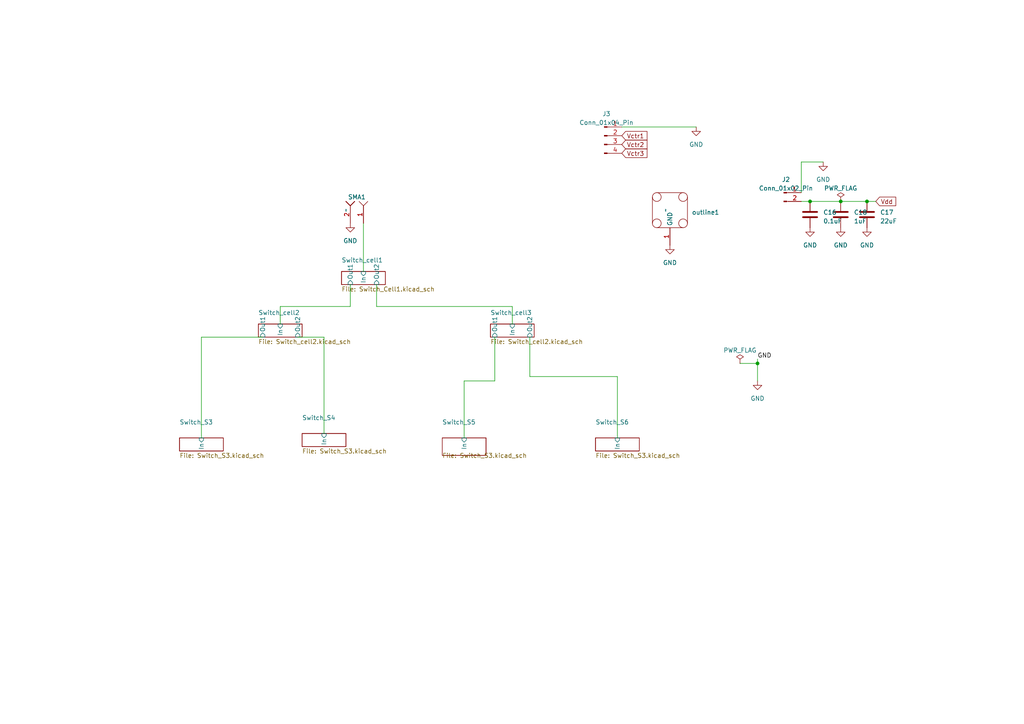
<source format=kicad_sch>
(kicad_sch (version 20230121) (generator eeschema)
  (paper "A4")
  (lib_symbols
    (symbol "Connector:Conn_01x02_Pin" (pin_names (offset 1.016) hide)
      (property "Reference" "J" (at 0 2.54 0))
      (property "Value" "Conn_01x02_Pin" (at 0 -5.08 0))
      (symbol "Conn_01x02_Pin_1_1"
        (polyline (pts (xy 1.27 -2.54) (xy 0.8636 -2.54)) (stroke (width 0.1524)))
        (polyline (pts (xy 1.27 0) (xy 0.8636 0)) (stroke (width 0.1524)))
        (rectangle (start 0.8636 -2.413) (end 0 -2.667) (stroke (width 0.1524)) (fill (type outline)))
        (rectangle (start 0.8636 0.127) (end 0 -0.127) (stroke (width 0.1524)) (fill (type outline)))
        (pin passive line (at 5.08 0 180) (length 3.81) (name "Pin_1") (number "1"))
        (pin passive line (at 5.08 -2.54 180) (length 3.81) (name "Pin_2") (number "2"))
      )
    )
    (symbol "Connector:Conn_01x04_Pin" (pin_names (offset 1.016) hide)
      (property "Reference" "J" (at 0 5.08 0))
      (property "Value" "Conn_01x04_Pin" (at 0 -7.62 0))
      (symbol "Conn_01x04_Pin_1_1"
        (polyline (pts (xy 1.27 -5.08) (xy 0.8636 -5.08)) (stroke (width 0.1524)))
        (polyline (pts (xy 1.27 -2.54) (xy 0.8636 -2.54)) (stroke (width 0.1524)))
        (polyline (pts (xy 1.27 0) (xy 0.8636 0)) (stroke (width 0.1524)))
        (polyline (pts (xy 1.27 2.54) (xy 0.8636 2.54)) (stroke (width 0.1524)))
        (rectangle (start 0.8636 -4.953) (end 0 -5.207) (stroke (width 0.1524)) (fill (type outline)))
        (rectangle (start 0.8636 -2.413) (end 0 -2.667) (stroke (width 0.1524)) (fill (type outline)))
        (rectangle (start 0.8636 0.127) (end 0 -0.127) (stroke (width 0.1524)) (fill (type outline)))
        (rectangle (start 0.8636 2.667) (end 0 2.413) (stroke (width 0.1524)) (fill (type outline)))
        (pin passive line (at 5.08 2.54 180) (length 3.81) (name "Pin_1") (number "1"))
        (pin passive line (at 5.08 0 180) (length 3.81) (name "Pin_2") (number "2"))
        (pin passive line (at 5.08 -2.54 180) (length 3.81) (name "Pin_3") (number "3"))
        (pin passive line (at 5.08 -5.08 180) (length 3.81) (name "Pin_4") (number "4"))
      )
    )
    (symbol "Device:C" (pin_numbers hide) (pin_names (offset 0.254))
      (property "Reference" "C" (at 0.635 2.54 0))
      (property "Value" "C" (at 0.635 -2.54 0))
      (symbol "C_0_1"
        (polyline (pts (xy -2.032 -0.762) (xy 2.032 -0.762)) (stroke (width 0.508)))
        (polyline (pts (xy -2.032 0.762) (xy 2.032 0.762)) (stroke (width 0.508)))
      )
      (symbol "C_1_1"
        (pin passive line (at 0 3.81 270) (length 2.794) (name "~") (number "1"))
        (pin passive line (at 0 -3.81 90) (length 2.794) (name "~") (number "2"))
      )
    )
    (symbol "Radar:SMA"
      (property "Reference" "SMA" (at 1.27 -1.27 0))
      (symbol "SMA_0_1"
        (polyline (pts (xy -1.27 1.27) (xy -2.54 0)))
        (polyline (pts (xy -1.27 1.27) (xy -2.54 0)))
        (polyline (pts (xy -1.27 1.27) (xy -2.54 0)))
        (polyline (pts (xy -1.27 1.27) (xy -2.54 0)))
        (polyline (pts (xy -1.27 1.27) (xy -2.54 2.54)))
        (polyline (pts (xy -1.27 1.27) (xy -2.54 2.54)))
        (polyline (pts (xy -1.27 1.27) (xy -2.54 2.54)))
        (polyline (pts (xy -1.27 1.27) (xy -2.54 2.54)))
        (polyline (pts (xy -1.27 5.08) (xy -2.54 3.81)))
        (polyline (pts (xy -1.27 5.08) (xy -2.54 6.35)))
      )
      (symbol "SMA_1_1"
        (pin passive line (at 3.81 5.08 180) (length 5.08) (name "") (number "1"))
        (pin passive line (at 3.81 1.27 180) (length 5.08) (name "") (number "2"))
      )
    )
    (symbol "Radar:outline"
      (property "Reference" "outline" (at 0 6.35 0))
      (symbol "outline_0_1"
        (circle (center -3.81 -3.81) (radius 1.27))
        (circle (center -3.81 3.81) (radius 1.27))
        (polyline (pts (xy -5.08 3.81) (xy -5.08 -3.81)))
        (polyline (pts (xy -3.81 -5.08) (xy 3.81 -5.08)))
        (polyline (pts (xy 3.81 5.08) (xy -3.81 5.08)))
        (polyline (pts (xy 5.08 3.81) (xy 5.08 -3.81)))
        (circle (center 3.81 -3.81) (radius 1.27))
        (circle (center 3.81 3.81) (radius 1.27))
      )
      (symbol "outline_1_1"
        (pin free line (at -10.16 0 0) (length 5.08) (name "GND") (number "1"))
      )
    )
    (symbol "power:GND" (power) (pin_names (offset 0))
      (property "Value" "GND" (at 0 -3.81 0))
      (symbol "GND_0_1"
        (polyline (pts (xy 0 0) (xy 0 -1.27) (xy 1.27 -1.27) (xy 0 -2.54) (xy -1.27 -1.27) (xy 0 -1.27)))
      )
      (symbol "GND_1_1"
        (pin power_in line (at 0 0 270) (length 0) hide (name "GND") (number "1"))
      )
    )
    (symbol "power:PWR_FLAG" (power) (pin_numbers hide) (pin_names (offset 0) hide)
      (property "Value" "PWR_FLAG" (at 0 3.81 0))
      (symbol "PWR_FLAG_0_0"
        (pin power_out line (at 0 0 90) (length 0) (name "pwr") (number "1"))
      )
      (symbol "PWR_FLAG_0_1"
        (polyline (pts (xy 0 0) (xy 0 1.27) (xy -1.016 1.905) (xy 0 2.54) (xy 1.016 1.905) (xy 0 1.27)))
      )
    )
  )
  (junction (at 234.95 58.42))
  (junction (at 251.46 58.42))
  (junction (at 243.84 58.42))
  (junction (at 219.71 105.41))
  (wire (pts (xy 134.62 110.49) (xy 134.62 127)))
  (wire (pts (xy 251.46 58.42) (xy 243.84 58.42)))
  (wire (pts (xy 219.71 104.14) (xy 219.71 105.41)))
  (wire (pts (xy 232.41 46.99) (xy 238.76 46.99)))
  (wire (pts (xy 101.6 88.9) (xy 81.28 88.9)))
  (wire (pts (xy 109.22 82.55) (xy 109.22 88.9)))
  (wire (pts (xy 219.71 105.41) (xy 219.71 110.49)))
  (wire (pts (xy 81.28 88.9) (xy 81.28 93.98)))
  (wire (pts (xy 232.41 58.42) (xy 234.95 58.42)))
  (wire (pts (xy 93.98 97.79) (xy 93.98 125.73)))
  (wire (pts (xy 153.67 109.22) (xy 179.07 109.22)))
  (wire (pts (xy 86.36 97.79) (xy 93.98 97.79)))
  (wire (pts (xy 201.93 36.83) (xy 180.34 36.83)))
  (wire (pts (xy 76.2 97.79) (xy 58.42 97.79)))
  (wire (pts (xy 148.59 88.9) (xy 148.59 93.98)))
  (wire (pts (xy 179.07 109.22) (xy 179.07 127)))
  (wire (pts (xy 105.41 64.77) (xy 105.41 78.74)))
  (wire (pts (xy 58.42 97.79) (xy 58.42 127)))
  (wire (pts (xy 143.51 97.79) (xy 143.51 110.49)))
  (wire (pts (xy 101.6 82.55) (xy 101.6 88.9)))
  (wire (pts (xy 214.63 105.41) (xy 219.71 105.41)))
  (wire (pts (xy 234.95 58.42) (xy 243.84 58.42)))
  (wire (pts (xy 143.51 110.49) (xy 134.62 110.49)))
  (wire (pts (xy 109.22 88.9) (xy 148.59 88.9)))
  (wire (pts (xy 232.41 46.99) (xy 232.41 55.88)))
  (wire (pts (xy 251.46 58.42) (xy 254 58.42)))
  (wire (pts (xy 153.67 109.22) (xy 153.67 97.79)))
  (label "GND" (at 219.71 104.14 0))
  (global_label "Vdd" (shape input) (at 254 58.42 0) (property "Intersheetrefs" "${INTERSHEET_REFS}" (effects hide)))
  (global_label "Vctr2" (shape input) (at 180.34 41.91 0) (property "Intersheetrefs" "${INTERSHEET_REFS}" (effects hide)))
  (global_label "Vctr3" (shape input) (at 180.34 44.45 0) (property "Intersheetrefs" "${INTERSHEET_REFS}" (effects hide)))
  (global_label "Vctr1" (shape input) (at 180.34 39.37 0) (property "Intersheetrefs" "${INTERSHEET_REFS}" (effects hide)))
  (symbol (lib_id "power:PWR_FLAG") (at 243.84 58.42 0) (unit 1)
    (property "Reference" "#FLG02" (effects hide))
    (property "Value" "PWR_FLAG" (at 243.84 54.61 0))
  )
  (symbol (lib_id "Device:C") (at 243.84 62.23 0) (unit 1)
    (property "Reference" "C18" (at 247.65 61.595 0) (effects (justify left)))
    (property "Value" "1uF" (at 247.65 64.135 0) (effects (justify left)))
    (property "Footprint" "Capacitor_SMD:C_0603_1608Metric_revised" (effects hide))
  )
  (symbol (lib_id "Device:C") (at 234.95 62.23 0) (unit 1)
    (property "Reference" "C16" (at 238.76 61.595 0) (effects (justify left)))
    (property "Value" "0.1uF" (at 238.76 64.135 0) (effects (justify left)))
    (property "Footprint" "Capacitor_SMD:C_0603_1608Metric_revised" (effects hide))
  )
  (symbol (lib_id "Radar:SMA") (at 100.33 60.96 270) (unit 1)
    (property "Reference" "SMA1" (at 103.505 57.15 90))
    (property "Value" "~" (at 100.33 60.96 0))
    (property "Footprint" "Music_Lab:SMA_KHD_Back" (effects hide))
  )
  (symbol (lib_id "power:GND") (at 219.71 110.49 0) (unit 1)
    (property "Reference" "#PWR059" (effects hide))
    (property "Value" "GND" (at 219.71 115.57 0))
  )
  (symbol (lib_id "power:GND") (at 194.31 71.12 0) (unit 1)
    (property "Reference" "#PWR060" (effects hide))
    (property "Value" "GND" (at 194.31 76.2 0))
  )
  (symbol (lib_id "power:GND") (at 201.93 36.83 0) (unit 1)
    (property "Reference" "#PWR052" (effects hide))
    (property "Value" "GND" (at 201.93 41.91 0))
  )
  (symbol (lib_id "power:GND") (at 243.84 66.04 0) (unit 1)
    (property "Reference" "#PWR057" (effects hide))
    (property "Value" "GND" (at 243.84 71.12 0))
  )
  (symbol (lib_id "power:PWR_FLAG") (at 214.63 105.41 0) (unit 1)
    (property "Reference" "#FLG01" (effects hide))
    (property "Value" "PWR_FLAG" (at 214.63 101.6 0))
  )
  (symbol (lib_id "Connector:Conn_01x02_Pin") (at 227.33 55.88 0) (unit 1)
    (property "Reference" "J2" (at 227.965 52.07 0))
    (property "Value" "Conn_01x02_Pin" (at 227.965 54.61 0))
    (property "Footprint" "Connector_JST:JST_XH_B2B-XH-A_1x02_P2.50mm_Vertical" (effects hide))
  )
  (symbol (lib_id "power:GND") (at 234.95 66.04 0) (unit 1)
    (property "Reference" "#PWR053" (effects hide))
    (property "Value" "GND" (at 234.95 71.12 0))
  )
  (symbol (lib_id "Device:C") (at 251.46 62.23 0) (unit 1)
    (property "Reference" "C17" (at 255.27 61.595 0) (effects (justify left)))
    (property "Value" "22uF" (at 255.27 64.135 0) (effects (justify left)))
    (property "Footprint" "Capacitor_SMD:C_0603_1608Metric_revised" (effects hide))
  )
  (symbol (lib_id "power:GND") (at 238.76 46.99 0) (unit 1)
    (property "Reference" "#PWR051" (effects hide))
    (property "Value" "GND" (at 238.76 52.07 0))
  )
  (symbol (lib_id "power:GND") (at 251.46 66.04 0) (unit 1)
    (property "Reference" "#PWR054" (effects hide))
    (property "Value" "GND" (at 251.46 71.12 0))
  )
  (symbol (lib_id "power:GND") (at 101.6 64.77 0) (unit 1)
    (property "Reference" "#PWR02" (effects hide))
    (property "Value" "GND" (at 101.6 69.85 0))
  )
  (symbol (lib_id "Connector:Conn_01x04_Pin") (at 175.26 39.37 0) (unit 1)
    (property "Reference" "J3" (at 175.895 33.02 0))
    (property "Value" "Conn_01x04_Pin" (at 175.895 35.56 0))
    (property "Footprint" "Connector_PinHeader_2.54mm:PinHeader_1x04_P2.54mm_Vertical" (effects hide))
  )
  (symbol (lib_id "Radar:outline") (at 194.31 60.96 90) (unit 1)
    (property "Reference" "outline1" (at 200.66 61.595 90) (effects (justify right)))
    (property "Value" "~" (at 193.04 60.96 0))
    (property "Footprint" "Music_Lab:Outline_9x4_cavity_20230711" (effects hide))
  )
  (sheet (at 128.27 127) (size 12.7 5.08) (stroke (width 0.1524))
    (property "Sheetname" "Switch_S5" (at 128.27 123.19 0) (effects (justify left bottom)))
    (property "Sheetfile" "Switch_S3.kicad_sch" (at 128.27 131.3946 0) (effects (justify left top)))
    (pin "In" input (at 134.62 127 90))
  )
  (sheet (at 74.93 93.98) (size 12.7 3.81) (stroke (width 0.1524))
    (property "Sheetname" "Switch_cell2" (at 74.93 91.44 0) (effects (justify left bottom)))
    (property "Sheetfile" "Switch_cell2.kicad_sch" (at 74.93 98.3746 0) (effects (justify left top)))
    (pin "In" input (at 81.28 93.98 90))
    (pin "Out1" input (at 76.2 97.79 270))
    (pin "Out2" input (at 86.36 97.79 270))
  )
  (sheet (at 172.72 127) (size 12.7 3.81) (stroke (width 0.1524))
    (property "Sheetname" "Switch_S6" (at 172.72 123.19 0) (effects (justify left bottom)))
    (property "Sheetfile" "Switch_S3.kicad_sch" (at 172.72 131.3946 0) (effects (justify left top)))
    (pin "In" input (at 179.07 127 90))
  )
  (sheet (at 52.07 127) (size 12.7 3.81) (stroke (width 0.1524))
    (property "Sheetname" "Switch_S3" (at 52.07 123.19 0) (effects (justify left bottom)))
    (property "Sheetfile" "Switch_S3.kicad_sch" (at 52.07 131.3946 0) (effects (justify left top)))
    (pin "In" input (at 58.42 127 90))
  )
  (sheet (at 142.24 93.98) (size 12.7 3.81) (stroke (width 0.1524))
    (property "Sheetname" "Switch_cell3" (at 142.24 91.44 0) (effects (justify left bottom)))
    (property "Sheetfile" "Switch_cell2.kicad_sch" (at 142.24 98.3746 0) (effects (justify left top)))
    (pin "In" input (at 148.59 93.98 90))
    (pin "Out1" input (at 143.51 97.79 270))
    (pin "Out2" input (at 153.67 97.79 270))
  )
  (sheet (at 99.06 78.74) (size 12.7 3.81) (stroke (width 0.1524))
    (property "Sheetname" "Switch_cell1" (at 99.06 76.2 0) (effects (justify left bottom)))
    (property "Sheetfile" "Switch_Cell1.kicad_sch" (at 99.06 83.1346 0) (effects (justify left top)))
    (pin "In" input (at 105.41 78.74 90))
    (pin "Out1" input (at 101.6 82.55 270))
    (pin "Out2" input (at 109.22 82.55 270))
  )
  (sheet (at 87.63 125.73) (size 12.7 3.81) (stroke (width 0.1524))
    (property "Sheetname" "Switch_S4" (at 87.63 121.92 0) (effects (justify left bottom)))
    (property "Sheetfile" "Switch_S3.kicad_sch" (at 87.63 130.1246 0) (effects (justify left top)))
    (pin "In" input (at 93.98 125.73 90))
  )
)
</source>
